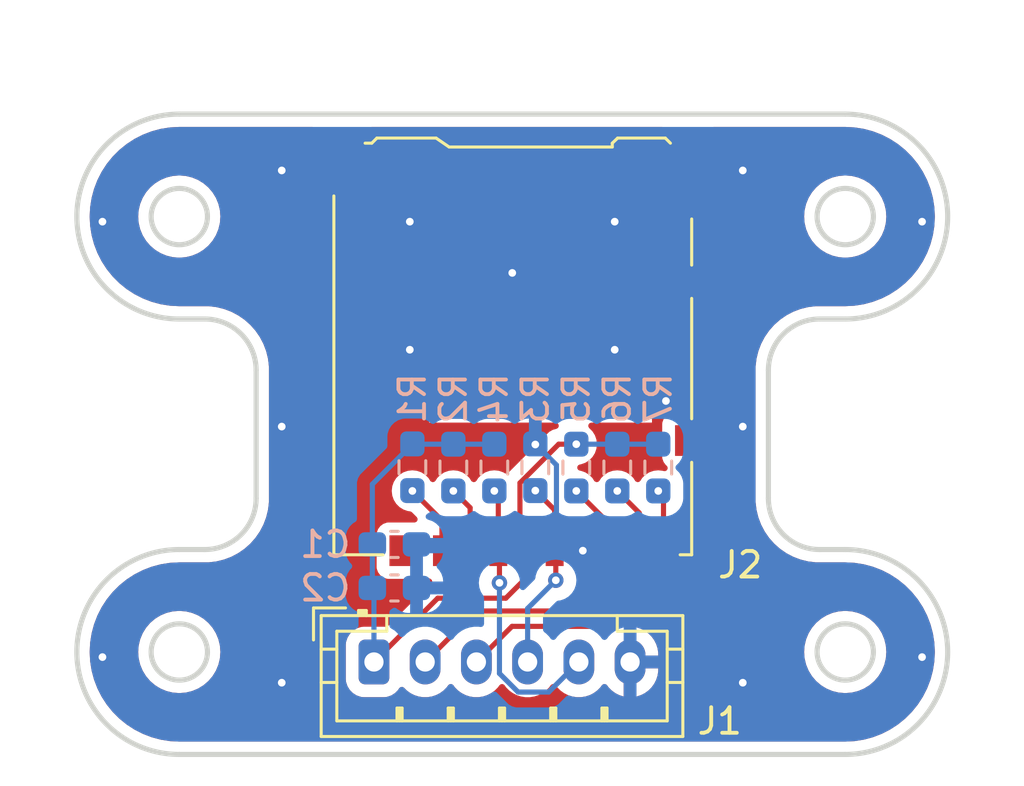
<source format=kicad_pcb>
(kicad_pcb (version 20240108) (generator "pcbnew") (generator_version "8.0")
  (layers (0 "F.Cu" signal) (31 "B.Cu" signal) (34 "B.Paste" user) (35 "F.Paste" user) (36 "B.SilkS" user "B.Silkscreen") (37 "F.SilkS" user "F.Silkscreen") (38 "B.Mask" user) (39 "F.Mask" user) (44 "Edge.Cuts" user))
  (net 0 "")
  (net 1 "GND")
  (net 2 "+3.3V")
  (net 3 "/SDIO_SW")
  (net 4 "Net-(J1-DAT3{slash}CD)")
  (net 5 "/SDIO_CMD")
  (net 6 "/SDIO_D0")
  (net 7 "Net-(J1-DAT1)")
  (net 8 "Net-(J1-DAT2)")
  (net 9 "/SDIO_CK")
  (footprint "Connector_Card:microSD_HC_Hirose_DM3AT-SF-PEJM5" (layer "F.Cu") (at 140.03 93.12 180)
    (property "Reference" "J1" (at -8.07 -14.38 180) (layer "F.SilkS"))
    (property "Value" "Micro_SD_Card_Det1")
    (fp_line (start 6.995 -7.885) (end 6.995 6.125) (stroke (width 0.12)) (layer "F.SilkS"))
    (fp_line (start 5.515 8.185) (end 5.775 8.185) (stroke (width 0.12)) (layer "F.SilkS"))
    (fp_line (start 5.315 8.385) (end 5.515 8.185) (stroke (width 0.12)) (layer "F.SilkS"))
    (fp_line (start 5.315 8.385) (end 3.005 8.385) (stroke (width 0.12)) (layer "F.SilkS"))
    (fp_line (start 5.075 -7.885) (end 6.995 -7.885) (stroke (width 0.12)) (layer "F.SilkS"))
    (fp_line (start 3.005 8.385) (end 2.495 8.035) (stroke (width 0.12)) (layer "F.SilkS"))
    (fp_line (start -3.875 8.035) (end 2.495 8.035) (stroke (width 0.12)) (layer "F.SilkS"))
    (fp_line (start -3.875 8.035) (end -3.875 8.185) (stroke (width 0.12)) (layer "F.SilkS"))
    (fp_line (start -4.085 8.385) (end -3.875 8.185) (stroke (width 0.12)) (layer "F.SilkS"))
    (fp_line (start -5.945 8.385) (end -4.085 8.385) (stroke (width 0.12)) (layer "F.SilkS"))
    (fp_line (start -5.945 8.385) (end -6.145 8.185) (stroke (width 0.12)) (layer "F.SilkS"))
    (fp_line (start -6.525 -7.885) (end -6.975 -7.885) (stroke (width 0.12)) (layer "F.SilkS"))
    (fp_line (start -6.975 3.425) (end -6.975 5.225) (stroke (width 0.12)) (layer "F.SilkS"))
    (fp_line (start -6.975 -2.575) (end -6.975 2.125) (stroke (width 0.12)) (layer "F.SilkS"))
    (fp_line (start -6.975 -7.885) (end -6.975 -4.275) (stroke (width 0.12)) (layer "F.SilkS"))
    (pad "1" smd rect (at 2.775 -7.725 180) (size 0.7 1.2) (layers "F.Cu" "F.Paste" "F.Mask") (net 8 "Net-(J1-DAT2)"))
    (pad "2" smd rect (at 1.675 -7.725 180) (size 0.7 1.2) (layers "F.Cu" "F.Paste" "F.Mask") (net 4 "Net-(J1-DAT3{slash}CD)"))
    (pad "3" smd rect (at 0.575 -7.725 180) (size 0.7 1.2) (layers "F.Cu" "F.Paste" "F.Mask") (net 5 "/SDIO_CMD"))
    (pad "4" smd rect (at -0.525 -7.725 180) (size 0.7 1.2) (layers "F.Cu" "F.Paste" "F.Mask") (net 2 "+3.3V"))
    (pad "5" smd rect (at -1.625 -7.725 180) (size 0.7 1.2) (layers "F.Cu" "F.Paste" "F.Mask") (net 9 "/SDIO_CK"))
    (pad "6" smd rect (at -2.725 -7.725 180) (size 0.7 1.2) (layers "F.Cu" "F.Paste" "F.Mask") (net 1 "GND"))
    (pad "7" smd rect (at -3.825 -7.725 180) (size 0.7 1.2) (layers "F.Cu" "F.Paste" "F.Mask") (net 6 "/SDIO_D0"))
    (pad "8" smd rect (at -4.925 -7.725 180) (size 0.7 1.2) (layers "F.Cu" "F.Paste" "F.Mask") (net 7 "Net-(J1-DAT1)"))
    (pad "9" smd rect (at -5.875 -7.725 180) (size 0.7 1.2) (layers "F.Cu" "F.Paste" "F.Mask") (net 3 "/SDIO_SW"))
    (pad "10" smd rect (at -6.825 2.775 180) (size 1 0.8) (layers "F.Cu" "F.Paste" "F.Mask") (net 1 "GND"))
    (pad "11" smd rect (at -6.825 -3.425 180) (size 1 1.2) (layers "F.Cu" "F.Paste" "F.Mask"))
    (pad "11" smd rect (at -6.825 6.925 180) (size 1 2.8) (layers "F.Cu" "F.Paste" "F.Mask"))
    (pad "11" smd rect (at 4.325 -7.725 180) (size 1 1.2) (layers "F.Cu" "F.Paste" "F.Mask"))
    (pad "11" smd rect (at 6.675 7.375 180) (size 1.3 1.9) (layers "F.Cu" "F.Paste" "F.Mask"))
    (zone (net 0) (net_name "") (layer "F.Cu") (connect_pads (clearance 0)) (min_thickness 0.254)
      (keepout (tracks not_allowed) (vias not_allowed) (pads not_allowed) (copperpour not_allowed) (footprints not_allowed))
      (fill (thermal_gap 0.508) (thermal_bridge_width 0.508))
      (polygon (pts (xy 136.755 94.245) (xy 145.455 94.245) (xy 145.455 95.845) (xy 136.755 95.845)))
    )
    (zone (net 0) (net_name "") (layer "F.Cu") (connect_pads (clearance 0)) (min_thickness 0.254)
      (keepout (tracks not_allowed) (vias not_allowed) (pads not_allowed) (copperpour not_allowed) (footprints not_allowed))
      (fill (thermal_gap 0.508) (thermal_bridge_width 0.508))
      (polygon (pts (xy 137.105 86.145) (xy 134.555 86.145) (xy 134.555 84.795) (xy 137.105 84.795)))
    )
    (zone (net 0) (net_name "") (layer "F.Cu") (connect_pads (clearance 0)) (min_thickness 0.254)
      (keepout (tracks not_allowed) (vias not_allowed) (pads not_allowed) (copperpour not_allowed) (footprints not_allowed))
      (fill (thermal_gap 0.508) (thermal_bridge_width 0.508))
      (polygon (pts (xy 146.155 94.545) (xy 145.455 94.545) (xy 145.455 86.945) (xy 146.155 86.945)))
    )
    (zone (net 0) (net_name "") (layer "F.Cu") (connect_pads (clearance 0)) (min_thickness 0.254)
      (keepout (tracks not_allowed) (vias not_allowed) (pads not_allowed) (copperpour not_allowed) (footprints not_allowed))
      (fill (thermal_gap 0.508) (thermal_bridge_width 0.508))
      (polygon (pts (xy 146.505 92.345) (xy 147.255 92.345) (xy 147.255 95.945) (xy 146.505 95.945)))
    )
    (zone (net 0) (net_name "") (layer "F.Cu") (connect_pads (clearance 0)) (min_thickness 0.254)
      (keepout (tracks not_allowed) (vias not_allowed) (pads not_allowed) (copperpour not_allowed) (footprints not_allowed))
      (fill (thermal_gap 0.508) (thermal_bridge_width 0.508))
      (polygon (pts (xy 146.505 97.145) (xy 147.255 97.145) (xy 147.255 100.395) (xy 146.505 100.395)))
    )
  )
  (footprint "Connector_JST:JST_PH_B6B-PH-K_1x06_P2.00mm_Vertical" (layer "F.Cu") (at 134.6 105.19)
    (property "Reference" "J2" (at 14.3 -3.79 0) (layer "F.SilkS"))
    (property "Value" "PH_6p")
    (fp_line (start -2.36 -2.11) (end -2.36 -0.86) (stroke (width 0.12)) (layer "F.SilkS"))
    (fp_line (start -2.06 -1.81) (end -2.06 2.91) (stroke (width 0.12)) (layer "F.SilkS"))
    (fp_line (start -2.06 -0.5) (end -1.45 -0.5) (stroke (width 0.12)) (layer "F.SilkS"))
    (fp_line (start -2.06 0.8) (end -1.45 0.8) (stroke (width 0.12)) (layer "F.SilkS"))
    (fp_line (start -2.06 2.91) (end 12.06 2.91) (stroke (width 0.12)) (layer "F.SilkS"))
    (fp_line (start -1.45 -1.2) (end -1.45 2.3) (stroke (width 0.12)) (layer "F.SilkS"))
    (fp_line (start -1.45 2.3) (end 11.45 2.3) (stroke (width 0.12)) (layer "F.SilkS"))
    (fp_line (start -1.11 -2.11) (end -2.36 -2.11) (stroke (width 0.12)) (layer "F.SilkS"))
    (fp_line (start -0.6 -2.01) (end -0.6 -1.81) (stroke (width 0.12)) (layer "F.SilkS"))
    (fp_line (start -0.3 -2.01) (end -0.6 -2.01) (stroke (width 0.12)) (layer "F.SilkS"))
    (fp_line (start -0.3 -1.91) (end -0.6 -1.91) (stroke (width 0.12)) (layer "F.SilkS"))
    (fp_line (start -0.3 -1.81) (end -0.3 -2.01) (stroke (width 0.12)) (layer "F.SilkS"))
    (fp_line (start 0.5 -1.81) (end 0.5 -1.2) (stroke (width 0.12)) (layer "F.SilkS"))
    (fp_line (start 0.5 -1.2) (end -1.45 -1.2) (stroke (width 0.12)) (layer "F.SilkS"))
    (fp_line (start 0.9 1.8) (end 1.1 1.8) (stroke (width 0.12)) (layer "F.SilkS"))
    (fp_line (start 0.9 2.3) (end 0.9 1.8) (stroke (width 0.12)) (layer "F.SilkS"))
    (fp_line (start 1 2.3) (end 1 1.8) (stroke (width 0.12)) (layer "F.SilkS"))
    (fp_line (start 1.1 1.8) (end 1.1 2.3) (stroke (width 0.12)) (layer "F.SilkS"))
    (fp_line (start 2.9 1.8) (end 3.1 1.8) (stroke (width 0.12)) (layer "F.SilkS"))
    (fp_line (start 2.9 2.3) (end 2.9 1.8) (stroke (width 0.12)) (layer "F.SilkS"))
    (fp_line (start 3 2.3) (end 3 1.8) (stroke (width 0.12)) (layer "F.SilkS"))
    (fp_line (start 3.1 1.8) (end 3.1 2.3) (stroke (width 0.12)) (layer "F.SilkS"))
    (fp_line (start 4.9 1.8) (end 5.1 1.8) (stroke (width 0.12)) (layer "F.SilkS"))
    (fp_line (start 4.9 2.3) (end 4.9 1.8) (stroke (width 0.12)) (layer "F.SilkS"))
    (fp_line (start 5 2.3) (end 5 1.8) (stroke (width 0.12)) (layer "F.SilkS"))
    (fp_line (start 5.1 1.8) (end 5.1 2.3) (stroke (width 0.12)) (layer "F.SilkS"))
    (fp_line (start 6.9 1.8) (end 7.1 1.8) (stroke (width 0.12)) (layer "F.SilkS"))
    (fp_line (start 6.9 2.3) (end 6.9 1.8) (stroke (width 0.12)) (layer "F.SilkS"))
    (fp_line (start 7 2.3) (end 7 1.8) (stroke (width 0.12)) (layer "F.SilkS"))
    (fp_line (start 7.1 1.8) (end 7.1 2.3) (stroke (width 0.12)) (layer "F.SilkS"))
    (fp_line (start 8.9 1.8) (end 9.1 1.8) (stroke (width 0.12)) (layer "F.SilkS"))
    (fp_line (start 8.9 2.3) (end 8.9 1.8) (stroke (width 0.12)) (layer "F.SilkS"))
    (fp_line (start 9 2.3) (end 9 1.8) (stroke (width 0.12)) (layer "F.SilkS"))
    (fp_line (start 9.1 1.8) (end 9.1 2.3) (stroke (width 0.12)) (layer "F.SilkS"))
    (fp_line (start 9.5 -1.2) (end 9.5 -1.81) (stroke (width 0.12)) (layer "F.SilkS"))
    (fp_line (start 11.45 -1.2) (end 9.5 -1.2) (stroke (width 0.12)) (layer "F.SilkS"))
    (fp_line (start 11.45 2.3) (end 11.45 -1.2) (stroke (width 0.12)) (layer "F.SilkS"))
    (fp_line (start 12.06 -1.81) (end -2.06 -1.81) (stroke (width 0.12)) (layer "F.SilkS"))
    (fp_line (start 12.06 -0.5) (end 11.45 -0.5) (stroke (width 0.12)) (layer "F.SilkS"))
    (fp_line (start 12.06 0.8) (end 11.45 0.8) (stroke (width 0.12)) (layer "F.SilkS"))
    (fp_line (start 12.06 2.91) (end 12.06 -1.81) (stroke (width 0.12)) (layer "F.SilkS"))
    (pad "1" thru_hole roundrect (at 0 0) (size 1.2 1.75) (drill 0.75) (layers "*.Cu" "*.Mask") (roundrect_rratio 0.208333) (net 2 "+3.3V"))
    (pad "2" thru_hole oval (at 2 0) (size 1.2 1.75) (drill 0.75) (layers "*.Cu" "*.Mask") (net 6 "/SDIO_D0"))
    (pad "3" thru_hole oval (at 4 0) (size 1.2 1.75) (drill 0.75) (layers "*.Cu" "*.Mask") (net 3 "/SDIO_SW"))
    (pad "4" thru_hole oval (at 6 0) (size 1.2 1.75) (drill 0.75) (layers "*.Cu" "*.Mask") (net 9 "/SDIO_CK"))
    (pad "5" thru_hole oval (at 8 0) (size 1.2 1.75) (drill 0.75) (layers "*.Cu" "*.Mask") (net 5 "/SDIO_CMD"))
    (pad "6" thru_hole oval (at 10 0) (size 1.2 1.75) (drill 0.75) (layers "*.Cu" "*.Mask") (net 1 "GND"))
  )
  (footprint "Resistor_SMD:R_0603_1608Metric_Pad0.98x0.95mm_HandSolder" (layer "B.Cu") (at 139.3 97.6 -90)
    (property "Reference" "R4" (at -2.7 0 90) (layer "B.SilkS") (effects (justify mirror)))
    (property "Value" "22k")
    (fp_line (start 0.254724 0.5225) (end -0.254724 0.5225) (stroke (width 0.12)) (layer "B.SilkS"))
    (fp_line (start 0.254724 -0.5225) (end -0.254724 -0.5225) (stroke (width 0.12)) (layer "B.SilkS"))
    (pad "1" smd roundrect (at -0.9125 0 270) (size 0.975 0.95) (layers "B.Cu" "B.Paste" "B.Mask") (net 2 "+3.3V"))
    (pad "2" smd roundrect (at 0.9125 0 270) (size 0.975 0.95) (layers "B.Cu" "B.Paste" "B.Mask") (net 5 "/SDIO_CMD"))
  )
  (footprint "Resistor_SMD:R_0603_1608Metric_Pad0.98x0.95mm_HandSolder" (layer "B.Cu") (at 140.9 97.5875 90)
    (property "Reference" "R3" (at 2.6875 0 -90) (layer "B.SilkS") (effects (justify mirror)))
    (property "Value" "22k")
    (fp_line (start 0.254724 -0.5225) (end -0.254724 -0.5225) (stroke (width 0.12)) (layer "B.SilkS"))
    (fp_line (start 0.254724 0.5225) (end -0.254724 0.5225) (stroke (width 0.12)) (layer "B.SilkS"))
    (pad "1" smd roundrect (at -0.9125 0 90) (size 0.975 0.95) (layers "B.Cu" "B.Paste" "B.Mask") (net 9 "/SDIO_CK"))
    (pad "2" smd roundrect (at 0.9125 0 90) (size 0.975 0.95) (layers "B.Cu" "B.Paste" "B.Mask") (net 1 "GND"))
  )
  (footprint "Capacitor_SMD:C_0603_1608Metric_Pad1.08x0.95mm_HandSolder" (layer "B.Cu") (at 135.4 102.3)
    (property "Reference" "C2" (at -2.7 0 0) (layer "B.SilkS") (effects (justify mirror)))
    (property "Value" "0.1u")
    (fp_line (start 0.146267 -0.51) (end -0.146267 -0.51) (stroke (width 0.12)) (layer "B.SilkS"))
    (fp_line (start 0.146267 0.51) (end -0.146267 0.51) (stroke (width 0.12)) (layer "B.SilkS"))
    (pad "1" smd roundrect (at -0.8625 0) (size 1.075 0.95) (layers "B.Cu" "B.Paste" "B.Mask") (net 2 "+3.3V"))
    (pad "2" smd roundrect (at 0.8625 0) (size 1.075 0.95) (layers "B.Cu" "B.Paste" "B.Mask") (net 1 "GND"))
  )
  (footprint "Resistor_SMD:R_0603_1608Metric_Pad0.98x0.95mm_HandSolder" (layer "B.Cu") (at 142.5 97.6 -90)
    (property "Reference" "R5" (at -2.7 0 90) (layer "B.SilkS") (effects (justify mirror)))
    (property "Value" "22k")
    (fp_line (start 0.254724 0.5225) (end -0.254724 0.5225) (stroke (width 0.12)) (layer "B.SilkS"))
    (fp_line (start 0.254724 -0.5225) (end -0.254724 -0.5225) (stroke (width 0.12)) (layer "B.SilkS"))
    (pad "1" smd roundrect (at -0.9125 0 270) (size 0.975 0.95) (layers "B.Cu" "B.Paste" "B.Mask") (net 2 "+3.3V"))
    (pad "2" smd roundrect (at 0.9125 0 270) (size 0.975 0.95) (layers "B.Cu" "B.Paste" "B.Mask") (net 6 "/SDIO_D0"))
  )
  (footprint "Resistor_SMD:R_0603_1608Metric_Pad0.98x0.95mm_HandSolder" (layer "B.Cu") (at 137.7 97.6 -90)
    (property "Reference" "R2" (at -2.7 0 90) (layer "B.SilkS") (effects (justify mirror)))
    (property "Value" "22k")
    (fp_line (start 0.254724 0.5225) (end -0.254724 0.5225) (stroke (width 0.12)) (layer "B.SilkS"))
    (fp_line (start 0.254724 -0.5225) (end -0.254724 -0.5225) (stroke (width 0.12)) (layer "B.SilkS"))
    (pad "1" smd roundrect (at -0.9125 0 270) (size 0.975 0.95) (layers "B.Cu" "B.Paste" "B.Mask") (net 2 "+3.3V"))
    (pad "2" smd roundrect (at 0.9125 0 270) (size 0.975 0.95) (layers "B.Cu" "B.Paste" "B.Mask") (net 4 "Net-(J1-DAT3{slash}CD)"))
  )
  (footprint "Resistor_SMD:R_0603_1608Metric_Pad0.98x0.95mm_HandSolder" (layer "B.Cu") (at 145.7 97.6 -90)
    (property "Reference" "R7" (at -2.7 0 90) (layer "B.SilkS") (effects (justify mirror)))
    (property "Value" "22k")
    (fp_line (start 0.254724 0.5225) (end -0.254724 0.5225) (stroke (width 0.12)) (layer "B.SilkS"))
    (fp_line (start 0.254724 -0.5225) (end -0.254724 -0.5225) (stroke (width 0.12)) (layer "B.SilkS"))
    (pad "1" smd roundrect (at -0.9125 0 270) (size 0.975 0.95) (layers "B.Cu" "B.Paste" "B.Mask") (net 2 "+3.3V"))
    (pad "2" smd roundrect (at 0.9125 0 270) (size 0.975 0.95) (layers "B.Cu" "B.Paste" "B.Mask") (net 3 "/SDIO_SW"))
  )
  (footprint "Resistor_SMD:R_0603_1608Metric_Pad0.98x0.95mm_HandSolder" (layer "B.Cu") (at 136.1 97.5875 -90)
    (property "Reference" "R1" (at -2.6875 0 90) (layer "B.SilkS") (effects (justify mirror)))
    (property "Value" "22k")
    (fp_line (start 0.254724 0.5225) (end -0.254724 0.5225) (stroke (width 0.12)) (layer "B.SilkS"))
    (fp_line (start 0.254724 -0.5225) (end -0.254724 -0.5225) (stroke (width 0.12)) (layer "B.SilkS"))
    (pad "1" smd roundrect (at -0.9125 0 270) (size 0.975 0.95) (layers "B.Cu" "B.Paste" "B.Mask") (net 2 "+3.3V"))
    (pad "2" smd roundrect (at 0.9125 0 270) (size 0.975 0.95) (layers "B.Cu" "B.Paste" "B.Mask") (net 8 "Net-(J1-DAT2)"))
  )
  (footprint "Capacitor_SMD:C_0603_1608Metric_Pad1.08x0.95mm_HandSolder" (layer "B.Cu") (at 135.4 100.6)
    (property "Reference" "C1" (at -2.7 0 0) (layer "B.SilkS") (effects (justify mirror)))
    (property "Value" "0.1u")
    (fp_line (start 0.146267 -0.51) (end -0.146267 -0.51) (stroke (width 0.12)) (layer "B.SilkS"))
    (fp_line (start 0.146267 0.51) (end -0.146267 0.51) (stroke (width 0.12)) (layer "B.SilkS"))
    (pad "1" smd roundrect (at -0.8625 0) (size 1.075 0.95) (layers "B.Cu" "B.Paste" "B.Mask") (net 2 "+3.3V"))
    (pad "2" smd roundrect (at 0.8625 0) (size 1.075 0.95) (layers "B.Cu" "B.Paste" "B.Mask") (net 1 "GND"))
  )
  (footprint "Resistor_SMD:R_0603_1608Metric_Pad0.98x0.95mm_HandSolder" (layer "B.Cu") (at 144.1 97.6 -90)
    (property "Reference" "R6" (at -2.7 0 90) (layer "B.SilkS") (effects (justify mirror)))
    (property "Value" "22k")
    (fp_line (start 0.254724 0.5225) (end -0.254724 0.5225) (stroke (width 0.12)) (layer "B.SilkS"))
    (fp_line (start 0.254724 -0.5225) (end -0.254724 -0.5225) (stroke (width 0.12)) (layer "B.SilkS"))
    (pad "1" smd roundrect (at -0.9125 0 270) (size 0.975 0.95) (layers "B.Cu" "B.Paste" "B.Mask") (net 2 "+3.3V"))
    (pad "2" smd roundrect (at 0.9125 0 270) (size 0.975 0.95) (layers "B.Cu" "B.Paste" "B.Mask") (net 7 "Net-(J1-DAT1)"))
  )
  (gr_circle (center 127 87.8) (end 128.1 87.8) (stroke (width 0.2)) (fill none) (layer "Edge.Cuts"))
  (gr_circle (center 153 87.8) (end 154.1 87.8) (stroke (width 0.2)) (fill none) (layer "Edge.Cuts"))
  (gr_line (start 127 108.8) (end 153 108.8) (stroke (width 0.2)) (layer "Edge.Cuts"))
  (gr_arc (start 153 100.8) (mid 157 104.8) (end 153 108.8) (stroke (width 0.2)) (layer "Edge.Cuts"))
  (gr_arc (start 152 100.8) (mid 150.585786 100.214214) (end 150 98.8) (stroke (width 0.2)) (layer "Edge.Cuts"))
  (gr_line (start 150 98.8) (end 150 93.8) (stroke (width 0.2)) (layer "Edge.Cuts"))
  (gr_arc (start 127 91.8) (mid 123 87.8) (end 127 83.8) (stroke (width 0.2)) (layer "Edge.Cuts"))
  (gr_line (start 130 93.799999) (end 130 98.800001) (stroke (width 0.2)) (layer "Edge.Cuts"))
  (gr_line (start 153 83.8) (end 127 83.8) (stroke (width 0.2)) (layer "Edge.Cuts"))
  (gr_line (start 152 91.8) (end 153 91.8) (stroke (width 0.2)) (layer "Edge.Cuts"))
  (gr_line (start 128.000001 100.8) (end 127 100.8) (stroke (width 0.2)) (layer "Edge.Cuts"))
  (gr_circle (center 127 104.8) (end 128.1 104.8) (stroke (width 0.2)) (fill none) (layer "Edge.Cuts"))
  (gr_line (start 153 100.8) (end 152 100.8) (stroke (width 0.2)) (layer "Edge.Cuts"))
  (gr_arc (start 127 108.8) (mid 123 104.8) (end 127 100.8) (stroke (width 0.2)) (layer "Edge.Cuts"))
  (gr_arc (start 130 98.800001) (mid 129.414214 100.214214) (end 128.000001 100.8) (stroke (width 0.2)) (layer "Edge.Cuts"))
  (gr_arc (start 150 93.8) (mid 150.585786 92.385786) (end 152 91.8) (stroke (width 0.2)) (layer "Edge.Cuts"))
  (gr_arc (start 128.000001 91.8) (mid 129.414214 92.385786) (end 130 93.799999) (stroke (width 0.2)) (layer "Edge.Cuts"))
  (gr_circle (center 153 104.8) (end 154.1 104.8) (stroke (width 0.2)) (fill none) (layer "Edge.Cuts"))
  (gr_line (start 127 91.8) (end 128.000001 91.8) (stroke (width 0.2)) (layer "Edge.Cuts"))
  (gr_arc (start 153 83.8) (mid 157 87.8) (end 153 91.8) (stroke (width 0.2)) (layer "Edge.Cuts"))
  (via (at 124 105) (size 0.6) (drill 0.3) (layers "F.Cu" "B.Cu") (net 1))
  (via (at 124 88) (size 0.6) (drill 0.3) (layers "F.Cu" "B.Cu") (net 1))
  (via (at 131 96) (size 0.6) (drill 0.3) (layers "F.Cu" "B.Cu") (net 1))
  (via (at 149 106) (size 0.6) (drill 0.3) (layers "F.Cu" "B.Cu") (net 1))
  (via (at 142.755 100.845) (size 0.6) (drill 0.3) (layers "F.Cu" "B.Cu") (net 1))
  (via (at 131 106) (size 0.6) (drill 0.3) (layers "F.Cu" "B.Cu") (net 1))
  (via (at 144 88) (size 0.6) (drill 0.3) (layers "F.Cu" "B.Cu") (net 1))
  (via (at 149 96) (size 0.6) (drill 0.3) (layers "F.Cu" "B.Cu") (net 1))
  (via (at 131 86) (size 0.6) (drill 0.3) (layers "F.Cu" "B.Cu") (net 1))
  (via (at 144 93) (size 0.6) (drill 0.3) (layers "F.Cu" "B.Cu") (net 1))
  (via (at 136 88) (size 0.6) (drill 0.3) (layers "F.Cu" "B.Cu") (net 1))
  (via (at 140 90) (size 0.6) (drill 0.3) (layers "F.Cu" "B.Cu") (net 1))
  (via (at 156 88) (size 0.6) (drill 0.3) (layers "F.Cu" "B.Cu") (net 1))
  (via (at 140.9 96.7) (size 0.6) (drill 0.3) (layers "F.Cu" "B.Cu") (net 1))
  (via (at 146 95) (size 0.6) (drill 0.3) (layers "F.Cu" "B.Cu") (net 1))
  (via (at 149 86) (size 0.6) (drill 0.3) (layers "F.Cu" "B.Cu") (net 1))
  (via (at 156 105) (size 0.6) (drill 0.3) (layers "F.Cu" "B.Cu") (net 1))
  (via (at 136 93) (size 0.6) (drill 0.3) (layers "F.Cu" "B.Cu") (net 1))
  (segment (start 141.725 97.5) (end 141.725 100.77) (width 0.2) (layer "B.Cu") (net 1))
  (segment (start 141.725 100.77) (end 141.8 100.845) (width 0.2) (layer "B.Cu") (net 1))
  (segment (start 140.9 96.675) (end 141.725 97.5) (width 0.2) (layer "B.Cu") (net 1))
  (segment (start 141.8 100.845) (end 136.5075 100.845) (width 0.2) (layer "B.Cu") (net 1))
  (segment (start 136.2625 100.6) (end 136.2625 102.3) (width 0.2) (layer "B.Cu") (net 1))
  (segment (start 142.755 100.845) (end 141.8 100.845) (width 0.2) (layer "B.Cu") (net 1))
  (segment (start 144.6 102.69) (end 142.755 100.845) (width 0.2) (layer "B.Cu") (net 1))
  (segment (start 140.9 96.675) (end 140.9 96.7) (width 0.2) (layer "B.Cu") (net 1))
  (segment (start 136.5075 100.845) (end 136.2625 100.6) (width 0.2) (layer "B.Cu") (net 1))
  (segment (start 144.6 105.19) (end 144.6 102.69) (width 0.2) (layer "B.Cu") (net 1))
  (segment (start 139.748529 102.7) (end 140.555 101.893529) (width 0.2) (layer "F.Cu") (net 2))
  (segment (start 140.3 100.59) (end 140.3 98.2) (width 0.2) (layer "F.Cu") (net 2))
  (segment (start 140.555 101.893529) (end 140.555 100.845) (width 0.2) (layer "F.Cu") (net 2))
  (segment (start 140.555 100.845) (end 140.3 100.59) (width 0.2) (layer "F.Cu") (net 2))
  (segment (start 140.3 98.2) (end 141.8125 96.6875) (width 0.2) (layer "F.Cu") (net 2))
  (segment (start 134.6 105.19) (end 137.09 102.7) (width 0.2) (layer "F.Cu") (net 2))
  (segment (start 137.09 102.7) (end 139.748529 102.7) (width 0.2) (layer "F.Cu") (net 2))
  (segment (start 141.8125 96.6875) (end 142.5 96.6875) (width 0.2) (layer "F.Cu") (net 2))
  (via (at 142.5 96.6875) (size 0.6) (drill 0.3) (layers "F.Cu" "B.Cu") (net 2))
  (segment (start 134.5375 100.6) (end 134.5375 98.25) (width 0.2) (layer "B.Cu") (net 2))
  (segment (start 134.5375 98.25) (end 136.1 96.6875) (width 0.2) (layer "B.Cu") (net 2))
  (segment (start 142.5 96.6875) (end 144.1 96.6875) (width 0.2) (layer "B.Cu") (net 2))
  (segment (start 137.7 96.6875) (end 139.3 96.6875) (width 0.2) (layer "B.Cu") (net 2))
  (segment (start 134.6 102.3625) (end 134.5375 102.3) (width 0.2) (layer "B.Cu") (net 2))
  (segment (start 144.1 96.6875) (end 145.7 96.6875) (width 0.2) (layer "B.Cu") (net 2))
  (segment (start 134.5375 102.3) (end 134.5375 100.6) (width 0.2) (layer "B.Cu") (net 2))
  (segment (start 136.1 96.6875) (end 137.7 96.6875) (width 0.2) (layer "B.Cu") (net 2))
  (segment (start 134.6 105.19) (end 134.6 102.3625) (width 0.2) (layer "B.Cu") (net 2))
  (segment (start 145.905 98.7175) (end 145.7 98.5125) (width 0.2) (layer "F.Cu") (net 3))
  (segment (start 145.905 101.645) (end 145.905 100.845) (width 0.2) (layer "F.Cu") (net 3))
  (segment (start 139.99 103.8) (end 143.75 103.8) (width 0.2) (layer "F.Cu") (net 3))
  (segment (start 138.6 105.19) (end 139.99 103.8) (width 0.2) (layer "F.Cu") (net 3))
  (segment (start 145.905 100.845) (end 145.905 98.7175) (width 0.2) (layer "F.Cu") (net 3))
  (segment (start 143.75 103.8) (end 145.905 101.645) (width 0.2) (layer "F.Cu") (net 3))
  (via (at 145.7 98.5125) (size 0.6) (drill 0.3) (layers "F.Cu" "B.Cu") (net 3))
  (segment (start 138.355 99.1675) (end 137.7 98.5125) (width 0.2) (layer "F.Cu") (net 4))
  (segment (start 138.355 100.845) (end 138.355 99.1675) (width 0.2) (layer "F.Cu") (net 4))
  (via (at 137.7 98.5125) (size 0.6) (drill 0.3) (layers "F.Cu" "B.Cu") (net 4))
  (segment (start 139.455 100.845) (end 139.455 98.6675) (width 0.2) (layer "F.Cu") (net 5))
  (segment (start 139.5 102.1) (end 139.5 100.89) (width 0.2) (layer "F.Cu") (net 5))
  (segment (start 139.5 100.89) (end 139.455 100.845) (width 0.2) (layer "F.Cu") (net 5))
  (segment (start 139.455 98.6675) (end 139.3 98.5125) (width 0.2) (layer "F.Cu") (net 5))
  (via (at 139.5 102.1) (size 0.6) (drill 0.3) (layers "F.Cu" "B.Cu") (net 5))
  (via (at 139.3 98.5125) (size 0.6) (drill 0.3) (layers "F.Cu" "B.Cu") (net 5))
  (segment (start 139.5 105.637792) (end 139.5 102.1) (width 0.2) (layer "B.Cu") (net 5))
  (segment (start 142.6 105.19) (end 141.425 106.365) (width 0.2) (layer "B.Cu") (net 5))
  (segment (start 140.227208 106.365) (end 139.5 105.637792) (width 0.2) (layer "B.Cu") (net 5))
  (segment (start 141.425 106.365) (end 140.227208 106.365) (width 0.2) (layer "B.Cu") (net 5))
  (segment (start 142.3 103.2) (end 143.855 101.645) (width 0.2) (layer "F.Cu") (net 6))
  (segment (start 138.59 103.2) (end 142.3 103.2) (width 0.2) (layer "F.Cu") (net 6))
  (segment (start 143.855 99.8675) (end 142.5 98.5125) (width 0.2) (layer "F.Cu") (net 6))
  (segment (start 136.6 105.19) (end 138.59 103.2) (width 0.2) (layer "F.Cu") (net 6))
  (segment (start 143.855 100.845) (end 143.855 99.8675) (width 0.2) (layer "F.Cu") (net 6))
  (segment (start 143.855 101.645) (end 143.855 100.845) (width 0.2) (layer "F.Cu") (net 6))
  (via (at 142.5 98.5125) (size 0.6) (drill 0.3) (layers "F.Cu" "B.Cu") (net 6))
  (segment (start 144.955 100.845) (end 144.955 99.3675) (width 0.2) (layer "F.Cu") (net 7))
  (segment (start 144.955 99.3675) (end 144.1 98.5125) (width 0.2) (layer "F.Cu") (net 7))
  (via (at 144.1 98.5125) (size 0.6) (drill 0.3) (layers "F.Cu" "B.Cu") (net 7))
  (segment (start 137.255 100.845) (end 137.255 99.6675) (width 0.2) (layer "F.Cu") (net 8))
  (segment (start 137.255 99.6675) (end 136.1 98.5125) (width 0.2) (layer "F.Cu") (net 8))
  (via (at 136.1 98.5125) (size 0.6) (drill 0.3) (layers "F.Cu" "B.Cu") (net 8))
  (segment (start 141.7 100.89) (end 141.655 100.845) (width 0.2) (layer "F.Cu") (net 9))
  (segment (start 141.655 100.845) (end 141.655 99.255) (width 0.2) (layer "F.Cu") (net 9))
  (segment (start 141.7 102) (end 141.7 100.89) (width 0.2) (layer "F.Cu") (net 9))
  (segment (start 141.655 99.255) (end 140.9 98.5) (width 0.2) (layer "F.Cu") (net 9))
  (via (at 141.7 102) (size 0.6) (drill 0.3) (layers "F.Cu" "B.Cu") (net 9))
  (via (at 140.9 98.5) (size 0.6) (drill 0.3) (layers "F.Cu" "B.Cu") (net 9))
  (segment (start 140.6 105.19) (end 140.6 103.1) (width 0.2) (layer "B.Cu") (net 9))
  (segment (start 140.6 103.1) (end 141.7 102) (width 0.2) (layer "B.Cu") (net 9))
  (zone (net 1) (net_name "GND") (layers "F&B.Cu") (connect_pads (clearance 0.5)) (min_thickness 0.25) (fill yes (thermal_gap 0.5) (thermal_bridge_width 0.5))
    (polygon (pts (xy 120 80) (xy 160 80) (xy 160 110) (xy 120 110)))
  )
)
</source>
